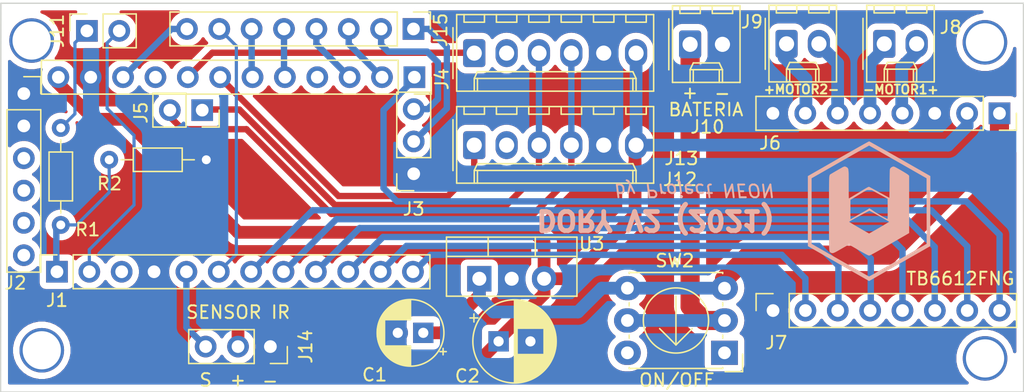
<source format=kicad_pcb>
(kicad_pcb (version 20171130) (host pcbnew "(5.1.9)-1")
  (layers (0 F.Cu signal) (31 B.Cu signal) (34 B.Paste user) (35 F.Paste user) (36 B.SilkS user) (37 F.SilkS user) (38 B.Mask user) (39 F.Mask user) (44 Edge.Cuts user))
  (net 0 "")
  (net 1 GND)
  (net 2 RESET)
  (net 3 RXD)
  (net 4 TXD)
  (net 5 DTR)
  (net 6 VCC)
  (net 7 PWMB)
  (net 8 BIN2)
  (net 9 BIN1)
  (net 10 STBY)
  (net 11 AIN1)
  (net 12 AIN2)
  (net 13 PWMA)
  (net 14 XSHUT2)
  (net 15 SCL)
  (net 16 SDA)
  (net 17 BO1)
  (net 18 BO2)
  (net 19 AO2)
  (net 20 AO1)
  (net 21 XSHUT1)
  (net 22 "Net-(J10-Pad1)")
  (net 23 +BAT)
  (net 24 +5V)
  (net 25 IR_SENSOR)
  (net 26 A7)
  (net 27 A6)
  (net 28 "Net-(J11-Pad1)")
  (net 29 "Net-(J12-Pad2)")
  (net 30 "Net-(J13-Pad2)")
  (net 31 A1)
  (net 32 A0)
  (net 33 D12)
  (net 34 D11)
  (net 35 D3)
  (net 36 LED)
  (net 37 TXO)
  (module BIBLIOTECA_FOGUETE:Logo.Neon (layer B.Cu) (at 144.44 133.16)
    (fp_text reference G*** hide)
    (fp_text value LOGO hide)
  )
  (module Connector_PinSocket_2.54mm:PinSocket_1x08_P2.54mm_Vertical (layer F.Cu) (at 154.53 125.46 270)
    (fp_text reference J6 (at 2.34 18 180) (layer F.SilkS))
    (fp_text value ESQUERDO-PONTE-H)
    (pad 8 thru_hole oval (at 0 17.78 270) (size 1.7 1.7) (drill 1) (layers *.Cu *.Mask) (net 1 GND))
    (pad 7 thru_hole oval (at 0 15.24 270) (size 1.7 1.7) (drill 1) (layers *.Cu *.Mask) (net 17 BO1))
    (pad 6 thru_hole oval (at 0 12.7 270) (size 1.7 1.7) (drill 1) (layers *.Cu *.Mask) (net 18 BO2))
    (pad 5 thru_hole oval (at 0 10.16 270) (size 1.7 1.7) (drill 1) (layers *.Cu *.Mask) (net 19 AO2))
    (pad 4 thru_hole oval (at 0 7.62 270) (size 1.7 1.7) (drill 1) (layers *.Cu *.Mask) (net 20 AO1))
    (pad 3 thru_hole oval (at 0 5.08 270) (size 1.7 1.7) (drill 1) (layers *.Cu *.Mask) (net 1 GND))
    (pad 2 thru_hole oval (at 0 2.54 270) (size 1.7 1.7) (drill 1) (layers *.Cu *.Mask) (net 24 +5V))
    (pad 1 thru_hole rect (at 0 0 270) (size 1.7 1.7) (drill 1) (layers *.Cu *.Mask) (net 23 +BAT))
  )
  (module Connector_PinSocket_2.54mm:PinSocket_1x02_P2.54mm_Vertical (layer F.Cu) (at 82.91 118.98 90)
    (fp_text reference J11 (at 0 -2.33 90) (layer F.SilkS))
    (fp_text value BLUETOOTH)
    (pad 2 thru_hole oval (at 0 2.54 90) (size 1.7 1.7) (drill 1) (layers *.Cu *.Mask) (net 3 RXD))
    (pad 1 thru_hole rect (at 0 0 90) (size 1.7 1.7) (drill 1) (layers *.Cu *.Mask) (net 28 "Net-(J11-Pad1)"))
  )
  (module Connector_PinSocket_2.54mm:PinSocket_1x02_P2.54mm_Vertical (layer F.Cu) (at 91.96 125.21 270)
    (fp_text reference J5 (at 0.2 4.81 90) (layer F.SilkS))
    (fp_text value "A4 and A5")
    (pad 2 thru_hole oval (at 0 2.54 270) (size 1.7 1.7) (drill 1) (layers *.Cu *.Mask) (net 15 SCL))
    (pad 1 thru_hole rect (at 0 0 270) (size 1.7 1.7) (drill 1) (layers *.Cu *.Mask) (net 16 SDA))
  )
  (module Connector_Molex:Molex_KK-254_AE-6410-02A_1x02_P2.54mm_Vertical (layer F.Cu) (at 130.25 120.04)
    (fp_text reference J10 (at 1.36 6.49) (layer F.SilkS))
    (fp_text value Conn_01x02_Male)
    (pad 2 thru_hole oval (at 2.54 0) (size 1.74 2.19) (drill 1.19) (layers *.Cu *.Mask) (net 1 GND))
    (pad 1 thru_hole roundrect (at 0 0) (size 1.74 2.19) (drill 1.19) (layers *.Cu *.Mask) (roundrect_rratio 0.1436775862068966) (net 22 "Net-(J10-Pad1)"))
  )
  (module Connector_Molex:Molex_KK-254_AE-6410-02A_1x02_P2.54mm_Vertical (layer F.Cu) (at 145.49 120)
    (fp_text reference J8 (at 5.21 -1.3) (layer F.SilkS))
    (fp_text value Motor1)
    (pad 2 thru_hole oval (at 2.54 0) (size 1.74 2.19) (drill 1.19) (layers *.Cu *.Mask) (net 20 AO1))
    (pad 1 thru_hole roundrect (at 0 0) (size 1.74 2.19) (drill 1.19) (layers *.Cu *.Mask) (roundrect_rratio 0.1436775862068966) (net 19 AO2))
  )
  (module Connector_Molex:Molex_KK-254_AE-6410-02A_1x02_P2.54mm_Vertical (layer F.Cu) (at 137.82 120)
    (fp_text reference J9 (at -2.72 -1.73) (layer F.SilkS))
    (fp_text value Motor2)
    (pad 2 thru_hole oval (at 2.54 0) (size 1.74 2.19) (drill 1.19) (layers *.Cu *.Mask) (net 18 BO2))
    (pad 1 thru_hole roundrect (at 0 0) (size 1.74 2.19) (drill 1.19) (layers *.Cu *.Mask) (roundrect_rratio 0.1436775862068966) (net 17 BO1))
  )
  (module Package_TO_SOT_THT:TO-220-3_Vertical (layer F.Cu) (at 113.71 138.46)
    (fp_text reference U3 (at 8.82 -2.74) (layer F.SilkS))
    (fp_text value LM7805_TO220)
    (pad 3 thru_hole oval (at 5.08 0) (size 1.905 2) (drill 1.1) (layers *.Cu *.Mask) (net 24 +5V))
    (pad 2 thru_hole oval (at 2.54 0) (size 1.905 2) (drill 1.1) (layers *.Cu *.Mask) (net 1 GND))
    (pad 1 thru_hole rect (at 0 0) (size 1.905 2) (drill 1.1) (layers *.Cu *.Mask) (net 23 +BAT))
  )
  (module Connector_PinSocket_2.54mm:PinSocket_1x12_P2.54mm_Vertical (layer F.Cu) (at 108.61 122.62 270)
    (fp_text reference J4 (at 0.15 -2.16 90) (layer F.SilkS))
    (fp_text value "Right Side_ Arduino Pro mini")
    (pad 12 thru_hole oval (at 0 27.94 270) (size 1.7 1.7) (drill 1) (layers *.Cu *.Mask) (net 24 +5V))
    (pad 11 thru_hole oval (at 0 25.4 270) (size 1.7 1.7) (drill 1) (layers *.Cu *.Mask) (net 1 GND))
    (pad 10 thru_hole oval (at 0 22.86 270) (size 1.7 1.7) (drill 1) (layers *.Cu *.Mask) (net 2 RESET))
    (pad 9 thru_hole oval (at 0 20.32 270) (size 1.7 1.7) (drill 1) (layers *.Cu *.Mask) (net 6 VCC))
    (pad 8 thru_hole oval (at 0 17.78 270) (size 1.7 1.7) (drill 1) (layers *.Cu *.Mask) (net 21 XSHUT1))
    (pad 7 thru_hole oval (at 0 15.24 270) (size 1.7 1.7) (drill 1) (layers *.Cu *.Mask) (net 14 XSHUT2))
    (pad 6 thru_hole oval (at 0 12.7 270) (size 1.7 1.7) (drill 1) (layers *.Cu *.Mask) (net 31 A1))
    (pad 5 thru_hole oval (at 0 10.16 270) (size 1.7 1.7) (drill 1) (layers *.Cu *.Mask) (net 32 A0))
    (pad 4 thru_hole oval (at 0 7.62 270) (size 1.7 1.7) (drill 1) (layers *.Cu *.Mask) (net 36 LED))
    (pad 3 thru_hole oval (at 0 5.08 270) (size 1.7 1.7) (drill 1) (layers *.Cu *.Mask) (net 33 D12))
    (pad 2 thru_hole oval (at 0 2.54 270) (size 1.7 1.7) (drill 1) (layers *.Cu *.Mask) (net 34 D11))
    (pad 1 thru_hole rect (at 0 0 270) (size 1.7 1.7) (drill 1) (layers *.Cu *.Mask) (net 13 PWMA))
  )
  (module Connector_PinHeader_2.54mm:PinHeader_1x08_P2.54mm_Vertical (layer F.Cu) (at 108.54 118.83 270)
    (fp_text reference J15 (at 0.08 -2.13 90) (layer F.SilkS))
    (fp_text value Conn_01x06_Male)
    (pad 8 thru_hole oval (at 0 17.78 270) (size 1.7 1.7) (drill 1) (layers *.Cu *.Mask) (net 2 RESET))
    (pad 7 thru_hole oval (at 0 15.24 270) (size 1.7 1.7) (drill 1) (layers *.Cu *.Mask) (net 35 D3))
    (pad 6 thru_hole oval (at 0 12.7 270) (size 1.7 1.7) (drill 1) (layers *.Cu *.Mask) (net 31 A1))
    (pad 5 thru_hole oval (at 0 10.16 270) (size 1.7 1.7) (drill 1) (layers *.Cu *.Mask) (net 32 A0))
    (pad 4 thru_hole oval (at 0 7.62 270) (size 1.7 1.7) (drill 1) (layers *.Cu *.Mask) (net 33 D12))
    (pad 3 thru_hole oval (at 0 5.08 270) (size 1.7 1.7) (drill 1) (layers *.Cu *.Mask) (net 34 D11))
    (pad 2 thru_hole oval (at 0 2.54 270) (size 1.7 1.7) (drill 1) (layers *.Cu *.Mask) (net 26 A7))
    (pad 1 thru_hole rect (at 0 0 270) (size 1.7 1.7) (drill 1) (layers *.Cu *.Mask) (net 27 A6))
  )
  (module Capacitor_THT:CP_Radial_D6.3mm_P2.50mm (layer F.Cu) (at 115.22 143.38)
    (fp_text reference C2 (at -2.45 2.72) (layer F.SilkS))
    (fp_text value 100uF)
    (pad 2 thru_hole circle (at 2.5 0) (size 1.6 1.6) (drill 0.8) (layers *.Cu *.Mask) (net 1 GND))
    (pad 1 thru_hole rect (at 0 0) (size 1.6 1.6) (drill 0.8) (layers *.Cu *.Mask) (net 24 +5V))
  )
  (module Capacitor_THT:CP_Radial_D5.0mm_P2.00mm (layer F.Cu) (at 109.31 142.71 180)
    (fp_text reference C1 (at 3.82 -3.3) (layer F.SilkS))
    (fp_text value 10uF)
    (pad 2 thru_hole circle (at 2 0 180) (size 1.6 1.6) (drill 0.8) (layers *.Cu *.Mask) (net 1 GND))
    (pad 1 thru_hole rect (at 0 0 180) (size 1.6 1.6) (drill 0.8) (layers *.Cu *.Mask) (net 23 +BAT))
  )
  (module Connector_PinSocket_2.54mm:PinSocket_1x03_P2.54mm_Vertical (layer F.Cu) (at 97.31 143.79 270)
    (fp_text reference J14 (at 0 -2.77 90) (layer F.SilkS))
    (fp_text value Conn_01x03_Female)
    (pad 3 thru_hole oval (at 0 5.08 270) (size 1.7 1.7) (drill 1) (layers *.Cu *.Mask) (net 25 IR_SENSOR))
    (pad 2 thru_hole oval (at 0 2.54 270) (size 1.7 1.7) (drill 1) (layers *.Cu *.Mask) (net 24 +5V))
    (pad 1 thru_hole rect (at 0 0 270) (size 1.7 1.7) (drill 1) (layers *.Cu *.Mask) (net 1 GND))
  )
  (module Button_Switch_THT:Nidec_Copal_SH-7010C (layer F.Cu) (at 132.95 144.28 180)
    (fp_text reference SW2 (at 3.9 7.24) (layer F.SilkS))
    (fp_text value SW_Push)
    (pad 4 thru_hole oval (at 7.62 5.08 180) (size 2.1 1.9) (drill 1) (layers *.Cu *.Mask))
    (pad 2 thru_hole oval (at 0 5.08 180) (size 2.1 1.9) (drill 1) (layers *.Cu *.Mask) (net 23 +BAT))
    (pad 5 thru_hole oval (at 7.62 2.54 180) (size 2.1 1.9) (drill 1) (layers *.Cu *.Mask))
    (pad 1 thru_hole oval (at 0 2.54 180) (size 2.1 1.9) (drill 1) (layers *.Cu *.Mask) (net 22 "Net-(J10-Pad1)"))
    (pad 6 thru_hole oval (at 7.62 0 180) (size 2.1 1.9) (drill 1) (layers *.Cu *.Mask))
    (pad 3 thru_hole rect (at 0 0 180) (size 2.1 1.9) (drill 1) (layers *.Cu *.Mask))
  )
  (module Resistor_THT:R_Axial_DIN0204_L3.6mm_D1.6mm_P7.62mm_Horizontal (layer F.Cu) (at 84.66 129.11)
    (fp_text reference R2 (at 0.02 1.88) (layer F.SilkS))
    (fp_text value 2kΩ)
    (pad 2 thru_hole oval (at 7.62 0) (size 1.4 1.4) (drill 0.7) (layers *.Cu *.Mask) (net 1 GND))
    (pad 1 thru_hole circle (at 0 0) (size 1.4 1.4) (drill 0.7) (layers *.Cu *.Mask) (net 4 TXD))
  )
  (module Resistor_THT:R_Axial_DIN0204_L3.6mm_D1.6mm_P7.62mm_Horizontal (layer F.Cu) (at 80.86 126.61 270)
    (fp_text reference R1 (at 7.99 -2.11 180) (layer F.SilkS))
    (fp_text value 1kΩ)
    (pad 2 thru_hole oval (at 7.62 0 270) (size 1.4 1.4) (drill 0.7) (layers *.Cu *.Mask) (net 4 TXD))
    (pad 1 thru_hole circle (at 0 0 270) (size 1.4 1.4) (drill 0.7) (layers *.Cu *.Mask) (net 28 "Net-(J11-Pad1)"))
  )
  (module Connector_Molex:Molex_KK-254_AE-6410-06A_1x06_P2.54mm_Vertical (layer F.Cu) (at 113.31 120.73)
    (fp_text reference J13 (at 16.26 8.28) (layer F.SilkS))
    (fp_text value Conn_01x06_Male)
    (pad 6 thru_hole oval (at 12.7 0) (size 1.74 2.19) (drill 1.19) (layers *.Cu *.Mask) (net 24 +5V))
    (pad 5 thru_hole oval (at 10.16 0) (size 1.74 2.19) (drill 1.19) (layers *.Cu *.Mask) (net 1 GND))
    (pad 4 thru_hole oval (at 7.62 0) (size 1.74 2.19) (drill 1.19) (layers *.Cu *.Mask) (net 15 SCL))
    (pad 3 thru_hole oval (at 5.08 0) (size 1.74 2.19) (drill 1.19) (layers *.Cu *.Mask) (net 16 SDA))
    (pad 2 thru_hole oval (at 2.54 0) (size 1.74 2.19) (drill 1.19) (layers *.Cu *.Mask) (net 30 "Net-(J13-Pad2)"))
    (pad 1 thru_hole roundrect (at 0 0) (size 1.74 2.19) (drill 1.19) (layers *.Cu *.Mask) (roundrect_rratio 0.1436775862068966) (net 21 XSHUT1))
  )
  (module Connector_Molex:Molex_KK-254_AE-6410-06A_1x06_P2.54mm_Vertical (layer F.Cu) (at 113.31 127.96)
    (fp_text reference J12 (at 16.15 2.69) (layer F.SilkS))
    (fp_text value Conn_01x06_Male)
    (pad 6 thru_hole oval (at 12.7 0) (size 1.74 2.19) (drill 1.19) (layers *.Cu *.Mask) (net 24 +5V))
    (pad 5 thru_hole oval (at 10.16 0) (size 1.74 2.19) (drill 1.19) (layers *.Cu *.Mask) (net 1 GND))
    (pad 4 thru_hole oval (at 7.62 0) (size 1.74 2.19) (drill 1.19) (layers *.Cu *.Mask) (net 15 SCL))
    (pad 3 thru_hole oval (at 5.08 0) (size 1.74 2.19) (drill 1.19) (layers *.Cu *.Mask) (net 16 SDA))
    (pad 2 thru_hole oval (at 2.54 0) (size 1.74 2.19) (drill 1.19) (layers *.Cu *.Mask) (net 29 "Net-(J12-Pad2)"))
    (pad 1 thru_hole roundrect (at 0 0) (size 1.74 2.19) (drill 1.19) (layers *.Cu *.Mask) (roundrect_rratio 0.1436775862068966) (net 14 XSHUT2))
  )
  (module Connector_PinSocket_2.54mm:PinSocket_1x08_P2.54mm_Vertical (layer F.Cu) (at 136.76 140.96 90)
    (fp_text reference J7 (at -2.53 0.25 180) (layer F.SilkS))
    (fp_text value DIREITO-PONTE-H hide)
    (pad 8 thru_hole oval (at 0 17.78 90) (size 1.7 1.7) (drill 1) (layers *.Cu *.Mask) (net 13 PWMA))
    (pad 7 thru_hole oval (at 0 15.24 90) (size 1.7 1.7) (drill 1) (layers *.Cu *.Mask) (net 12 AIN2))
    (pad 6 thru_hole oval (at 0 12.7 90) (size 1.7 1.7) (drill 1) (layers *.Cu *.Mask) (net 11 AIN1))
    (pad 5 thru_hole oval (at 0 10.16 90) (size 1.7 1.7) (drill 1) (layers *.Cu *.Mask) (net 10 STBY))
    (pad 4 thru_hole oval (at 0 7.62 90) (size 1.7 1.7) (drill 1) (layers *.Cu *.Mask) (net 9 BIN1))
    (pad 3 thru_hole oval (at 0 5.08 90) (size 1.7 1.7) (drill 1) (layers *.Cu *.Mask) (net 8 BIN2))
    (pad 2 thru_hole oval (at 0 2.54 90) (size 1.7 1.7) (drill 1) (layers *.Cu *.Mask) (net 7 PWMB))
    (pad 1 thru_hole rect (at 0 0 90) (size 1.7 1.7) (drill 1) (layers *.Cu *.Mask) (net 1 GND))
  )
  (module Connector_PinSocket_2.54mm:PinSocket_1x03_P2.54mm_Vertical (layer F.Cu) (at 108.56 130.21 180)
    (fp_text reference J3 (at 0 -2.77) (layer F.SilkS))
    (fp_text value Conn_01x03_Female)
    (pad 3 thru_hole oval (at 0 5.08 180) (size 1.7 1.7) (drill 1) (layers *.Cu *.Mask) (net 26 A7))
    (pad 2 thru_hole oval (at 0 2.54 180) (size 1.7 1.7) (drill 1) (layers *.Cu *.Mask) (net 27 A6))
    (pad 1 thru_hole rect (at 0 0 180) (size 1.7 1.7) (drill 1) (layers *.Cu *.Mask) (net 1 GND))
  )
  (module Connector_PinSocket_2.54mm:PinSocket_1x06_P2.54mm_Vertical (layer F.Cu) (at 77.96 123.91)
    (fp_text reference J2 (at -0.66 14.88) (layer F.SilkS))
    (fp_text value "Top Side_Promini Pro")
    (pad 6 thru_hole oval (at 0 12.7) (size 1.7 1.7) (drill 1) (layers *.Cu *.Mask) (net 5 DTR))
    (pad 5 thru_hole oval (at 0 10.16) (size 1.7 1.7) (drill 1) (layers *.Cu *.Mask) (net 37 TXO))
    (pad RXD thru_hole oval (at 0 7.62) (size 1.7 1.7) (drill 1) (layers *.Cu *.Mask))
    (pad 3 thru_hole oval (at 0 5.08) (size 1.7 1.7) (drill 1) (layers *.Cu *.Mask) (net 6 VCC))
    (pad 2 thru_hole oval (at 0 2.54) (size 1.7 1.7) (drill 1) (layers *.Cu *.Mask) (net 1 GND))
    (pad 1 thru_hole rect (at 0 0) (size 1.7 1.7) (drill 1) (layers *.Cu *.Mask) (net 1 GND))
  )
  (module Connector_PinSocket_2.54mm:PinSocket_1x12_P2.54mm_Vertical (layer F.Cu) (at 80.56 137.91 90)
    (fp_text reference J1 (at -2.24 0 180) (layer F.SilkS))
    (fp_text value "Left Side_ Arduino Pro mini")
    (pad 12 thru_hole oval (at 0 27.94 90) (size 1.7 1.7) (drill 1) (layers *.Cu *.Mask) (net 7 PWMB))
    (pad 11 thru_hole oval (at 0 25.4 90) (size 1.7 1.7) (drill 1) (layers *.Cu *.Mask) (net 8 BIN2))
    (pad 10 thru_hole oval (at 0 22.86 90) (size 1.7 1.7) (drill 1) (layers *.Cu *.Mask) (net 9 BIN1))
    (pad 9 thru_hole oval (at 0 20.32 90) (size 1.7 1.7) (drill 1) (layers *.Cu *.Mask) (net 10 STBY))
    (pad 8 thru_hole oval (at 0 17.78 90) (size 1.7 1.7) (drill 1) (layers *.Cu *.Mask) (net 11 AIN1))
    (pad 7 thru_hole oval (at 0 15.24 90) (size 1.7 1.7) (drill 1) (layers *.Cu *.Mask) (net 12 AIN2))
    (pad 6 thru_hole oval (at 0 12.7 90) (size 1.7 1.7) (drill 1) (layers *.Cu *.Mask) (net 35 D3))
    (pad 5 thru_hole oval (at 0 10.16 90) (size 1.7 1.7) (drill 1) (layers *.Cu *.Mask) (net 25 IR_SENSOR))
    (pad 4 thru_hole oval (at 0 7.62 90) (size 1.7 1.7) (drill 1) (layers *.Cu *.Mask) (net 1 GND))
    (pad 3 thru_hole oval (at 0 5.08 90) (size 1.7 1.7) (drill 1) (layers *.Cu *.Mask) (net 2 RESET))
    (pad RXD thru_hole oval (at 0 2.54 90) (size 1.7 1.7) (drill 1) (layers *.Cu *.Mask))
    (pad 1 thru_hole rect (at 0 0 90) (size 1.7 1.7) (drill 1) (layers *.Cu *.Mask) (net 37 TXO))
  )
  (gr_line (start 76.14 147.33) (end 156.42 147.33) (layer Edge.Cuts) (width 0.05))
  (gr_line (start 156.41 116.81) (end 156.42 147.33) (layer Edge.Cuts) (width 0.1))
  (gr_text "by Project NEON" (at 130.53 131.51 180) (layer B.SilkS) (effects (font (size 1 1) (thickness 0.15) italic) (justify mirror)))
  (gr_text "DORY V2 (2021)" (at 127.54 133.85 180) (layer B.SilkS) (effects (font (size 1.5 1.5) (thickness 0.375)) (justify mirror)))
  (gr_text -MOTOR1+ (at 146.79 123.59) (layer F.SilkS) (effects (font (size 0.7 0.7))))
  (gr_text +MOTOR2- (at 138.99 123.58) (layer F.SilkS) (effects (font (size 0.7 0.7))))
  (gr_text BATERIA (at 131.49 125.17) (layer F.SilkS) (effects (font (size 1 1))))
  (gr_text - (at 132.78 123.87) (layer F.SilkS) (effects (font (size 1 1))))
  (gr_text + (at 130.24 123.82) (layer F.SilkS) (effects (font (size 1 1))))
  (gr_text ON/OFF (at 129.21 146.43) (layer F.SilkS) (effects (font (size 1 1))))
  (gr_text "SENSOR IR" (at 94.78 141.09) (layer F.SilkS) (effects (font (size 1 1))))
  (gr_text - (at 97.29 146.47) (layer F.SilkS) (effects (font (size 1 1))))
  (gr_text + (at 94.76 146.4) (layer F.SilkS) (effects (font (size 1 1))))
  (gr_text S (at 92.23 146.42) (layer F.SilkS) (effects (font (size 1 1))))
  (gr_text TB6612FNG (at 151.47 138.45) (layer F.SilkS) (effects (font (size 1 1))))
  (gr_line (start 76.16 116.81) (end 156.41 116.81) (layer Edge.Cuts) (width 0.1))
  (gr_line (start 76.14 147.33) (end 76.16 116.81) (layer Edge.Cuts) (width 0.1))
  (via (at 153.4 144.72) (size 3.5) (drill 3) (layers F.Cu B.Cu) (net 0))
  (via (at 153.39 119.88) (size 3.5) (drill 3) (layers F.Cu B.Cu) (net 0))
  (via (at 78.57 119.74) (size 3.5) (drill 3) (layers F.Cu B.Cu) (net 0))
  (via (at 79.37 144.08) (size 3.5) (drill 3) (layers F.Cu B.Cu) (net 0))
  (segment (start 85.45 118.98) (end 84.5 119.93) (width 0.25) (layer B.Cu) (net 0))
  (segment (start 84.5 119.93) (end 84.5 125.08) (width 0.25) (layer B.Cu) (net 0))
  (segment (start 84.5 125.08) (end 86.61 127.19) (width 0.25) (layer B.Cu) (net 0))
  (segment (start 86.61 127.19) (end 86.61 132.66) (width 0.25) (layer B.Cu) (net 0))
  (segment (start 83.1 136.17) (end 86.61 132.66) (width 0.25) (layer B.Cu) (net 0))
  (segment (start 83.1 137.91) (end 83.1 136.17) (width 0.25) (layer B.Cu) (net 0))
  (segment (start 149.45 122.76) (end 149.11 123.1) (width 1) (layer B.Cu) (net 1))
  (segment (start 149.45 122.19) (end 149.47 122.17) (width 1) (layer F.Cu) (net 1))
  (segment (start 108.62 130.27) (end 110.61 130.27) (width 1) (layer F.Cu) (net 1))
  (segment (start 83.11 122.61) (end 84.08 123.58) (width 1) (layer F.Cu) (net 1))
  (segment (start 77.98 123.86) (end 77.98 126.41) (width 1) (layer F.Cu) (net 1))
  (segment (start 77.98 126.41) (end 79.04 127.47) (width 1) (layer F.Cu) (net 1))
  (segment (start 88.15 137.92) (end 88.15 136.18) (width 1) (layer B.Cu) (net 1))
  (segment (start 88.18 137.91) (end 88.18 139.56) (width 1) (layer B.Cu) (net 1))
  (segment (start 88.18 137.91) (end 88.18 136.23) (width 1) (layer F.Cu) (net 1))
  (segment (start 88.15 137.92) (end 88.15 139.93) (width 1) (layer F.Cu) (net 1))
  (segment (start 149.45 124.34) (end 149.45 126.09) (width 1) (layer F.Cu) (net 1))
  (segment (start 149.45 124.34) (end 149.45 122.94) (width 1) (layer F.Cu) (net 1))
  (segment (start 89.54 118.83) (end 90.76 118.83) (width 0.5) (layer B.Cu) (net 2))
  (segment (start 85.75 122.62) (end 89.54 118.83) (width 0.5) (layer B.Cu) (net 2))
  (segment (start 80.86 134.23) (end 82.1 134.23) (width 0.25) (layer B.Cu) (net 4))
  (segment (start 84.66 131.67) (end 84.66 129.11) (width 0.25) (layer B.Cu) (net 4))
  (segment (start 82.1 134.23) (end 84.66 131.67) (width 0.25) (layer B.Cu) (net 4))
  (segment (start 80.51 134.58) (end 80.86 134.23) (width 0.5) (layer B.Cu) (net 4))
  (segment (start 80.51 137.92) (end 80.51 134.58) (width 0.5) (layer B.Cu) (net 4))
  (segment (start 139.3 140.9) (end 139.34 140.94) (width 0.5) (layer B.Cu) (net 7))
  (segment (start 139.3 138.44) (end 139.3 140.9) (width 0.5) (layer B.Cu) (net 7))
  (segment (start 137.44 136.58) (end 139.3 138.44) (width 0.5) (layer B.Cu) (net 7))
  (segment (start 109.89 136.58) (end 137.44 136.58) (width 0.5) (layer B.Cu) (net 7))
  (segment (start 108.55 137.92) (end 109.89 136.58) (width 0.5) (layer B.Cu) (net 7))
  (segment (start 141.89 140.91) (end 141.84 140.96) (width 0.5) (layer B.Cu) (net 8))
  (segment (start 141.89 137.44) (end 141.89 140.91) (width 0.5) (layer B.Cu) (net 8))
  (segment (start 140.32999 135.87999) (end 141.89 137.44) (width 0.5) (layer B.Cu) (net 8))
  (segment (start 107.99001 135.87999) (end 140.32999 135.87999) (width 0.5) (layer B.Cu) (net 8))
  (segment (start 105.96 137.91) (end 107.99001 135.87999) (width 0.5) (layer B.Cu) (net 8))
  (segment (start 144.43 140.91) (end 144.38 140.96) (width 0.5) (layer B.Cu) (net 9))
  (segment (start 144.43 136.87) (end 144.43 140.91) (width 0.5) (layer B.Cu) (net 9))
  (segment (start 142.73998 135.17998) (end 144.43 136.87) (width 0.5) (layer B.Cu) (net 9))
  (segment (start 106.15002 135.17998) (end 142.73998 135.17998) (width 0.5) (layer B.Cu) (net 9))
  (segment (start 103.42 137.91) (end 106.15002 135.17998) (width 0.5) (layer B.Cu) (net 9))
  (segment (start 100.88 137.91) (end 104.31003 134.47997) (width 0.5) (layer B.Cu) (net 10))
  (segment (start 104.31003 134.47997) (end 145.21997 134.47997) (width 0.5) (layer B.Cu) (net 10))
  (segment (start 146.92 136.18) (end 146.92 139.86) (width 0.5) (layer B.Cu) (net 10))
  (segment (start 145.21997 134.47997) (end 146.92 136.18) (width 0.5) (layer B.Cu) (net 10))
  (segment (start 146.92 139.86) (end 146.92 140.96) (width 0.5) (layer B.Cu) (net 10))
  (segment (start 149.45 140.95) (end 149.46 140.96) (width 0.5) (layer B.Cu) (net 11))
  (segment (start 149.45 135.96) (end 149.45 140.95) (width 0.5) (layer B.Cu) (net 11))
  (segment (start 147.26996 133.77996) (end 149.45 135.96) (width 0.5) (layer B.Cu) (net 11))
  (segment (start 102.49004 133.77996) (end 147.26996 133.77996) (width 0.5) (layer B.Cu) (net 11))
  (segment (start 98.35 137.92) (end 102.49004 133.77996) (width 0.5) (layer B.Cu) (net 11))
  (segment (start 95.8 137.91) (end 100.63005 133.07995) (width 0.5) (layer B.Cu) (net 12))
  (segment (start 100.63005 133.07995) (end 149.16995 133.07995) (width 0.5) (layer B.Cu) (net 12))
  (segment (start 152 135.91) (end 152 139.86) (width 0.5) (layer B.Cu) (net 12))
  (segment (start 149.16995 133.07995) (end 152 135.91) (width 0.5) (layer B.Cu) (net 12))
  (segment (start 152 139.86) (end 152 140.96) (width 0.5) (layer B.Cu) (net 12))
  (segment (start 108.61 122.62) (end 108.61 122.79) (width 0.5) (layer B.Cu) (net 13))
  (segment (start 108.61 122.79) (end 106.19 125.21) (width 0.5) (layer B.Cu) (net 13))
  (segment (start 106.19 131.33) (end 107.23994 132.37994) (width 0.5) (layer B.Cu) (net 13))
  (segment (start 106.19 125.21) (end 106.19 131.33) (width 0.5) (layer B.Cu) (net 13))
  (segment (start 107.23994 132.37994) (end 151.91994 132.37994) (width 0.5) (layer B.Cu) (net 13))
  (segment (start 154.54 135) (end 154.54 139.86) (width 0.5) (layer B.Cu) (net 13))
  (segment (start 151.91994 132.37994) (end 154.54 135) (width 0.5) (layer B.Cu) (net 13))
  (segment (start 154.54 139.86) (end 154.54 140.96) (width 0.5) (layer B.Cu) (net 13))
  (segment (start 93.31 122.61) (end 102.66 131.96) (width 0.5) (layer F.Cu) (net 14))
  (segment (start 102.66 131.96) (end 111.25 131.96) (width 0.5) (layer F.Cu) (net 14))
  (segment (start 113.31 129.9) (end 113.31 127.96) (width 0.5) (layer F.Cu) (net 14))
  (segment (start 111.25 131.96) (end 113.31 129.9) (width 0.5) (layer F.Cu) (net 14))
  (segment (start 120.85 129.38) (end 120.82 129.41) (width 0.25) (layer F.Cu) (net 15))
  (segment (start 120.93 120.73) (end 120.93 127.96) (width 0.5) (layer B.Cu) (net 15))
  (segment (start 117.97998 133.36002) (end 120.93 130.41) (width 0.5) (layer F.Cu) (net 15))
  (segment (start 102.080094 133.36002) (end 117.97998 133.36002) (width 0.5) (layer F.Cu) (net 15))
  (segment (start 95.430076 126.71) (end 102.080094 133.36002) (width 0.5) (layer F.Cu) (net 15))
  (segment (start 90.4 126.71) (end 95.430076 126.71) (width 0.5) (layer F.Cu) (net 15))
  (segment (start 89.42 125.73) (end 90.4 126.71) (width 0.5) (layer F.Cu) (net 15))
  (segment (start 120.93 130.41) (end 120.93 127.96) (width 0.5) (layer F.Cu) (net 15))
  (segment (start 89.42 125.21) (end 89.42 125.73) (width 0.5) (layer F.Cu) (net 15))
  (segment (start 118.28 121.51) (end 118.31 121.48) (width 0.25) (layer F.Cu) (net 16))
  (segment (start 92.01 125.16) (end 94.870038 125.16) (width 0.5) (layer F.Cu) (net 16))
  (segment (start 102.370047 132.66001) (end 115.83999 132.66001) (width 0.5) (layer F.Cu) (net 16))
  (segment (start 94.870038 125.16) (end 102.370047 132.66001) (width 0.5) (layer F.Cu) (net 16))
  (segment (start 118.39 130.11) (end 118.39 127.96) (width 0.5) (layer F.Cu) (net 16))
  (segment (start 115.83999 132.66001) (end 118.39 130.11) (width 0.5) (layer F.Cu) (net 16))
  (segment (start 118.39 120.73) (end 118.39 127.96) (width 0.5) (layer B.Cu) (net 16))
  (segment (start 139.34 122.77) (end 139.34 125.41) (width 1) (layer B.Cu) (net 17))
  (segment (start 139.34 125.41) (end 139.29 125.46) (width 1) (layer B.Cu) (net 17))
  (segment (start 137.63 121.06) (end 139.34 122.77) (width 1) (layer B.Cu) (net 17))
  (segment (start 137.63 119.87) (end 137.63 121.06) (width 1) (layer B.Cu) (net 17))
  (segment (start 141.83 121.53) (end 141.83 124.36) (width 1) (layer B.Cu) (net 18))
  (segment (start 140.17 119.87) (end 141.83 121.53) (width 1) (layer B.Cu) (net 18))
  (segment (start 141.83 124.36) (end 141.83 125.46) (width 1) (layer B.Cu) (net 18))
  (segment (start 145.48 119.44) (end 145.48 119.88) (width 1) (layer B.Cu) (net 19))
  (segment (start 145.49 120) (end 145.49 120.4) (width 1) (layer B.Cu) (net 19))
  (segment (start 144.37 121.52) (end 144.37 125.46) (width 1) (layer B.Cu) (net 19))
  (segment (start 145.49 120.4) (end 144.37 121.52) (width 1) (layer B.Cu) (net 19))
  (segment (start 148.08 119.82) (end 148.08 120.62) (width 1) (layer B.Cu) (net 20))
  (segment (start 148.08 119.5) (end 148.02 119.44) (width 1) (layer B.Cu) (net 20))
  (segment (start 148.08 120.62) (end 148.08 119.5) (width 1) (layer B.Cu) (net 20))
  (segment (start 146.86 125.41) (end 146.91 125.46) (width 1) (layer B.Cu) (net 20))
  (segment (start 146.86 121.84) (end 146.86 125.41) (width 1) (layer B.Cu) (net 20))
  (segment (start 148.08 120.62) (end 146.86 121.84) (width 1) (layer B.Cu) (net 20))
  (segment (start 90.83 122.62) (end 92.75 120.7) (width 0.5) (layer F.Cu) (net 21))
  (segment (start 113.28 120.7) (end 113.31 120.73) (width 0.5) (layer F.Cu) (net 21))
  (segment (start 92.75 120.7) (end 113.28 120.7) (width 0.5) (layer F.Cu) (net 21))
  (segment (start 125.33 141.74) (end 132.95 141.74) (width 1) (layer B.Cu) (net 22))
  (segment (start 130.25 120.04) (end 130.25 140.63) (width 1.5) (layer F.Cu) (net 22))
  (segment (start 131.36 141.74) (end 132.95 141.74) (width 1.5) (layer F.Cu) (net 22))
  (segment (start 130.25 140.63) (end 131.36 141.74) (width 1.5) (layer F.Cu) (net 22))
  (segment (start 132.95 139.2) (end 125.33 139.2) (width 1) (layer B.Cu) (net 23))
  (segment (start 113.71 138.46) (end 113.71 139.96) (width 1) (layer B.Cu) (net 23))
  (segment (start 113.71 139.96) (end 114.82 141.07) (width 1) (layer B.Cu) (net 23))
  (segment (start 114.82 141.07) (end 121.45 141.07) (width 1) (layer B.Cu) (net 23))
  (segment (start 123.32 139.2) (end 125.33 139.2) (width 1) (layer B.Cu) (net 23))
  (segment (start 121.45 141.07) (end 123.32 139.2) (width 1) (layer B.Cu) (net 23))
  (segment (start 109.31 142.71) (end 110.79 142.71) (width 1) (layer F.Cu) (net 23))
  (segment (start 113.71 139.79) (end 113.71 138.46) (width 1) (layer F.Cu) (net 23))
  (segment (start 110.79 142.71) (end 113.71 139.79) (width 1) (layer F.Cu) (net 23))
  (segment (start 132.95 139.2) (end 132.95 138.51) (width 1.5) (layer F.Cu) (net 23))
  (segment (start 132.95 138.51) (end 134.86 136.6) (width 1.5) (layer F.Cu) (net 23))
  (segment (start 134.86 136.6) (end 145.79 136.6) (width 1.5) (layer F.Cu) (net 23))
  (segment (start 154.53 127.86) (end 154.53 125.46) (width 1.5) (layer F.Cu) (net 23))
  (segment (start 145.79 136.6) (end 154.53 127.86) (width 1.5) (layer F.Cu) (net 23))
  (segment (start 125.93 129.38) (end 125.9 129.41) (width 1) (layer F.Cu) (net 24))
  (segment (start 126.17 127.8) (end 126.01 127.96) (width 1) (layer B.Cu) (net 24))
  (segment (start 117.99 134.81) (end 118.79 135.61) (width 1) (layer F.Cu) (net 24))
  (segment (start 118.79 135.61) (end 118.79 138.46) (width 1) (layer F.Cu) (net 24))
  (segment (start 94.77 134.81) (end 117.99 134.81) (width 1) (layer F.Cu) (net 24))
  (segment (start 85.89 125.93) (end 94.77 134.81) (width 1) (layer F.Cu) (net 24))
  (segment (start 83.47 125.93) (end 85.89 125.93) (width 1) (layer F.Cu) (net 24))
  (segment (start 80.57 123.03) (end 83.47 125.93) (width 1) (layer F.Cu) (net 24))
  (segment (start 80.57 122.61) (end 80.57 123.03) (width 1) (layer F.Cu) (net 24))
  (segment (start 118.79 138.46) (end 120.89 138.46) (width 1) (layer F.Cu) (net 24))
  (segment (start 125.93 133.42) (end 125.93 129.38) (width 1) (layer F.Cu) (net 24))
  (segment (start 120.89 138.46) (end 125.93 133.42) (width 1) (layer F.Cu) (net 24))
  (segment (start 126.01 120.73) (end 126.01 127.96) (width 1) (layer B.Cu) (net 24))
  (segment (start 126.01 127.96) (end 150.49 127.96) (width 1) (layer B.Cu) (net 24))
  (segment (start 150.49 127.96) (end 151.99 126.46) (width 1) (layer B.Cu) (net 24))
  (segment (start 115.22 143.23) (end 115.22 143.38) (width 1) (layer F.Cu) (net 24))
  (segment (start 118.79 139.66) (end 115.22 143.23) (width 1) (layer F.Cu) (net 24))
  (segment (start 118.79 138.46) (end 118.79 139.66) (width 1) (layer F.Cu) (net 24))
  (segment (start 115.22 143.38) (end 114.04 144.56) (width 1) (layer F.Cu) (net 24))
  (segment (start 114.04 144.56) (end 104.49 144.56) (width 1) (layer F.Cu) (net 24))
  (segment (start 104.49 144.56) (end 101.19 141.26) (width 1) (layer F.Cu) (net 24))
  (segment (start 101.19 141.26) (end 95.52 141.26) (width 1) (layer F.Cu) (net 24))
  (segment (start 94.77 142.01) (end 94.77 143.79) (width 1) (layer F.Cu) (net 24))
  (segment (start 95.52 141.26) (end 94.77 142.01) (width 1) (layer F.Cu) (net 24))
  (segment (start 125.93 128.04) (end 126.01 127.96) (width 1) (layer F.Cu) (net 24))
  (segment (start 125.93 129.38) (end 125.93 128.04) (width 1) (layer F.Cu) (net 24))
  (segment (start 151.99 125.47) (end 152 125.46) (width 1) (layer B.Cu) (net 24))
  (segment (start 151.99 126.46) (end 151.99 125.47) (width 1) (layer B.Cu) (net 24))
  (segment (start 90.72 142.28) (end 92.23 143.79) (width 0.5) (layer B.Cu) (net 25))
  (segment (start 90.72 137.91) (end 90.72 142.28) (width 0.5) (layer B.Cu) (net 25))
  (segment (start 108.56 125.13) (end 109.66 125.13) (width 0.5) (layer B.Cu) (net 26))
  (segment (start 109.66 125.13) (end 110.46 124.33) (width 0.5) (layer B.Cu) (net 26))
  (segment (start 110.46 124.33) (end 110.46 121.46) (width 0.5) (layer B.Cu) (net 26))
  (segment (start 110.46 121.46) (end 109.61 120.61) (width 0.5) (layer B.Cu) (net 26))
  (segment (start 109.61 120.61) (end 106.55 120.61) (width 0.5) (layer B.Cu) (net 26))
  (segment (start 106 120.06) (end 106 118.83) (width 0.5) (layer B.Cu) (net 26))
  (segment (start 106.55 120.61) (end 106 120.06) (width 0.5) (layer B.Cu) (net 26))
  (segment (start 108.54 118.83) (end 109.74 118.83) (width 0.5) (layer B.Cu) (net 27))
  (segment (start 111.16001 125.06999) (end 108.56 127.67) (width 0.5) (layer B.Cu) (net 27))
  (segment (start 111.16001 120.25001) (end 111.16001 125.06999) (width 0.5) (layer B.Cu) (net 27))
  (segment (start 109.74 118.83) (end 111.16001 120.25001) (width 0.5) (layer B.Cu) (net 27))
  (segment (start 80.86 126.61) (end 81.97 125.5) (width 0.25) (layer B.Cu) (net 28))
  (segment (start 81.97 119.92) (end 82.91 118.98) (width 0.25) (layer B.Cu) (net 28))
  (segment (start 81.97 125.5) (end 81.97 119.92) (width 0.25) (layer B.Cu) (net 28))
  (segment (start 95.86 118.85) (end 95.84 118.83) (width 0.25) (layer B.Cu) (net 31))
  (segment (start 95.84 122.59) (end 95.86 122.61) (width 0.5) (layer B.Cu) (net 31))
  (segment (start 95.84 118.83) (end 95.84 122.59) (width 0.5) (layer B.Cu) (net 31))
  (segment (start 98.41 118.86) (end 98.38 118.83) (width 0.25) (layer B.Cu) (net 32))
  (segment (start 98.38 122.58) (end 98.41 122.61) (width 0.5) (layer B.Cu) (net 32))
  (segment (start 98.38 118.83) (end 98.38 122.58) (width 0.5) (layer B.Cu) (net 32))
  (segment (start 100.92 120.02) (end 103.51 122.61) (width 0.5) (layer B.Cu) (net 33))
  (segment (start 100.92 118.83) (end 100.92 120.02) (width 0.5) (layer B.Cu) (net 33))
  (segment (start 103.46 120.01) (end 106.06 122.61) (width 0.5) (layer B.Cu) (net 34))
  (segment (start 103.46 118.83) (end 103.46 120.01) (width 0.5) (layer B.Cu) (net 34))
  (segment (start 94.545001 136.624999) (end 93.25 137.92) (width 0.25) (layer B.Cu) (net 35))
  (segment (start 94.64 120.17) (end 94.64 136.53) (width 0.25) (layer B.Cu) (net 35))
  (segment (start 94.64 136.53) (end 94.545001 136.624999) (width 0.25) (layer B.Cu) (net 35))
  (segment (start 93.3 118.83) (end 94.64 120.17) (width 0.25) (layer B.Cu) (net 35))
  (zone (net 1) (net_name GND) (layer F.Cu) (connect_pads yes (clearance 0.508)) (min_thickness 0.254) (fill yes (arc_segments 32) (thermal_gap 0.6) (thermal_bridge_width 0.508) (smoothing fillet) (radius 0.2))
    (polygon (pts (xy 156.41 147.33) (xy 76.17 147.29) (xy 76.16 116.8) (xy 156.36 116.76)))
  )
  (zone (net 1) (net_name GND) (layer B.Cu) (connect_pads yes (clearance 0.508)) (min_thickness 0.254) (fill yes (arc_segments 32) (thermal_gap 0.6) (thermal_bridge_width 0.508) (smoothing fillet) (radius 0.2))
    (polygon (pts (xy 156.42 147.33) (xy 76.16 147.33) (xy 76.16 116.81) (xy 156.41 116.81)))
  )
)
</source>
